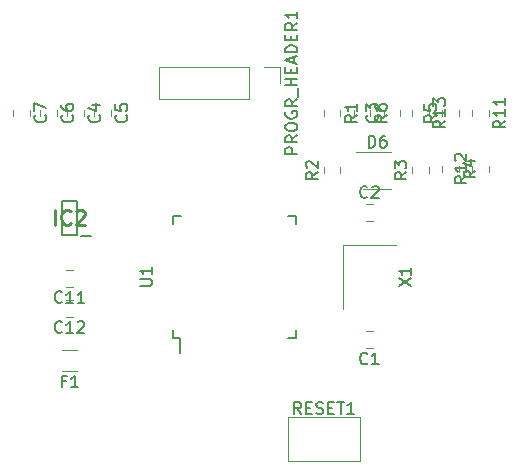
<source format=gbr>
%TF.GenerationSoftware,KiCad,Pcbnew,(5.1.2)-2*%
%TF.CreationDate,2020-04-26T17:29:46+08:00*%
%TF.ProjectId,wing-receiver-lite,77696e67-2d72-4656-9365-697665722d6c,rev?*%
%TF.SameCoordinates,Original*%
%TF.FileFunction,Legend,Top*%
%TF.FilePolarity,Positive*%
%FSLAX46Y46*%
G04 Gerber Fmt 4.6, Leading zero omitted, Abs format (unit mm)*
G04 Created by KiCad (PCBNEW (5.1.2)-2) date 2020-04-26 17:29:46*
%MOMM*%
%LPD*%
G04 APERTURE LIST*
%ADD10C,0.120000*%
%ADD11C,0.150000*%
%ADD12C,0.200000*%
%ADD13C,0.254000*%
G04 APERTURE END LIST*
D10*
X119338000Y-91968852D02*
X119338000Y-91446348D01*
X117918000Y-91968852D02*
X117918000Y-91446348D01*
X124418000Y-91841852D02*
X124418000Y-91319348D01*
X122998000Y-91841852D02*
X122998000Y-91319348D01*
X116145000Y-90157600D02*
X113195000Y-90157600D01*
X113745000Y-93257600D02*
X116145000Y-93257600D01*
X120458000Y-91319348D02*
X120458000Y-91841852D01*
X121878000Y-91319348D02*
X121878000Y-91841852D01*
X114561252Y-105335000D02*
X114038748Y-105335000D01*
X114561252Y-106755000D02*
X114038748Y-106755000D01*
X112060000Y-98025000D02*
X112060000Y-103425000D01*
X116560000Y-98025000D02*
X112060000Y-98025000D01*
X111845000Y-91968852D02*
X111845000Y-91446348D01*
X110425000Y-91968852D02*
X110425000Y-91446348D01*
D11*
X98280000Y-105900000D02*
X98280000Y-107175000D01*
X97705000Y-95550000D02*
X97705000Y-96225000D01*
X108055000Y-95550000D02*
X108055000Y-96225000D01*
X108055000Y-105900000D02*
X108055000Y-105225000D01*
X97705000Y-105900000D02*
X97705000Y-105225000D01*
X108055000Y-105900000D02*
X107380000Y-105900000D01*
X108055000Y-95550000D02*
X107380000Y-95550000D01*
X97705000Y-95550000D02*
X98380000Y-95550000D01*
X97705000Y-105900000D02*
X98280000Y-105900000D01*
D10*
X114038748Y-95960000D02*
X114561252Y-95960000D01*
X114038748Y-94540000D02*
X114561252Y-94540000D01*
X107389000Y-116323000D02*
X107389000Y-112623000D01*
X113509000Y-116323000D02*
X107389000Y-116323000D01*
X113509000Y-112623000D02*
X113509000Y-116323000D01*
X107389000Y-112623000D02*
X113509000Y-112623000D01*
X115495000Y-87129252D02*
X115495000Y-86606748D01*
X116915000Y-87129252D02*
X116915000Y-86606748D01*
X88698000Y-86606748D02*
X88698000Y-87129252D01*
X90118000Y-86606748D02*
X90118000Y-87129252D01*
X84126000Y-86606748D02*
X84126000Y-87129252D01*
X85546000Y-86606748D02*
X85546000Y-87129252D01*
X89161252Y-101548000D02*
X88638748Y-101548000D01*
X89161252Y-100128000D02*
X88638748Y-100128000D01*
X89161252Y-104088000D02*
X88638748Y-104088000D01*
X89161252Y-102668000D02*
X88638748Y-102668000D01*
X89502064Y-108733000D02*
X88297936Y-108733000D01*
X89502064Y-106913000D02*
X88297936Y-106913000D01*
X120448000Y-87129252D02*
X120448000Y-86606748D01*
X121868000Y-87129252D02*
X121868000Y-86606748D01*
D12*
X89500000Y-97208000D02*
X88300000Y-97208000D01*
X88300000Y-97208000D02*
X88300000Y-94308000D01*
X88300000Y-94308000D02*
X89500000Y-94308000D01*
X89500000Y-94308000D02*
X89500000Y-97208000D01*
X90750000Y-97258000D02*
X89850000Y-97258000D01*
D10*
X124408000Y-86606748D02*
X124408000Y-87129252D01*
X122988000Y-86606748D02*
X122988000Y-87129252D01*
X119328000Y-86606748D02*
X119328000Y-87129252D01*
X117908000Y-86606748D02*
X117908000Y-87129252D01*
X96460000Y-82998000D02*
X96460000Y-85658000D01*
X104140000Y-82998000D02*
X96460000Y-82998000D01*
X104140000Y-85658000D02*
X96460000Y-85658000D01*
X104140000Y-82998000D02*
X104140000Y-85658000D01*
X105410000Y-82998000D02*
X106740000Y-82998000D01*
X106740000Y-82998000D02*
X106740000Y-84328000D01*
X90984000Y-86606748D02*
X90984000Y-87129252D01*
X92404000Y-86606748D02*
X92404000Y-87129252D01*
X86412000Y-86606748D02*
X86412000Y-87129252D01*
X87832000Y-86606748D02*
X87832000Y-87129252D01*
X111835000Y-86606748D02*
X111835000Y-87129252D01*
X110415000Y-86606748D02*
X110415000Y-87129252D01*
X114375000Y-86606748D02*
X114375000Y-87129252D01*
X112955000Y-86606748D02*
X112955000Y-87129252D01*
D11*
X117430380Y-91874266D02*
X116954190Y-92207600D01*
X117430380Y-92445695D02*
X116430380Y-92445695D01*
X116430380Y-92064742D01*
X116478000Y-91969504D01*
X116525619Y-91921885D01*
X116620857Y-91874266D01*
X116763714Y-91874266D01*
X116858952Y-91921885D01*
X116906571Y-91969504D01*
X116954190Y-92064742D01*
X116954190Y-92445695D01*
X116430380Y-91540933D02*
X116430380Y-90921885D01*
X116811333Y-91255219D01*
X116811333Y-91112361D01*
X116858952Y-91017123D01*
X116906571Y-90969504D01*
X117001809Y-90921885D01*
X117239904Y-90921885D01*
X117335142Y-90969504D01*
X117382761Y-91017123D01*
X117430380Y-91112361D01*
X117430380Y-91398076D01*
X117382761Y-91493314D01*
X117335142Y-91540933D01*
X122510380Y-92223457D02*
X122034190Y-92556790D01*
X122510380Y-92794885D02*
X121510380Y-92794885D01*
X121510380Y-92413933D01*
X121558000Y-92318695D01*
X121605619Y-92271076D01*
X121700857Y-92223457D01*
X121843714Y-92223457D01*
X121938952Y-92271076D01*
X121986571Y-92318695D01*
X122034190Y-92413933D01*
X122034190Y-92794885D01*
X122510380Y-91271076D02*
X122510380Y-91842504D01*
X122510380Y-91556790D02*
X121510380Y-91556790D01*
X121653238Y-91652028D01*
X121748476Y-91747266D01*
X121796095Y-91842504D01*
X121605619Y-90890123D02*
X121558000Y-90842504D01*
X121510380Y-90747266D01*
X121510380Y-90509171D01*
X121558000Y-90413933D01*
X121605619Y-90366314D01*
X121700857Y-90318695D01*
X121796095Y-90318695D01*
X121938952Y-90366314D01*
X122510380Y-90937742D01*
X122510380Y-90318695D01*
X114226904Y-89779980D02*
X114226904Y-88779980D01*
X114465000Y-88779980D01*
X114607857Y-88827600D01*
X114703095Y-88922838D01*
X114750714Y-89018076D01*
X114798333Y-89208552D01*
X114798333Y-89351409D01*
X114750714Y-89541885D01*
X114703095Y-89637123D01*
X114607857Y-89732361D01*
X114465000Y-89779980D01*
X114226904Y-89779980D01*
X115655476Y-88779980D02*
X115465000Y-88779980D01*
X115369761Y-88827600D01*
X115322142Y-88875219D01*
X115226904Y-89018076D01*
X115179285Y-89208552D01*
X115179285Y-89589504D01*
X115226904Y-89684742D01*
X115274523Y-89732361D01*
X115369761Y-89779980D01*
X115560238Y-89779980D01*
X115655476Y-89732361D01*
X115703095Y-89684742D01*
X115750714Y-89589504D01*
X115750714Y-89351409D01*
X115703095Y-89256171D01*
X115655476Y-89208552D01*
X115560238Y-89160933D01*
X115369761Y-89160933D01*
X115274523Y-89208552D01*
X115226904Y-89256171D01*
X115179285Y-89351409D01*
X123270380Y-91747266D02*
X122794190Y-92080600D01*
X123270380Y-92318695D02*
X122270380Y-92318695D01*
X122270380Y-91937742D01*
X122318000Y-91842504D01*
X122365619Y-91794885D01*
X122460857Y-91747266D01*
X122603714Y-91747266D01*
X122698952Y-91794885D01*
X122746571Y-91842504D01*
X122794190Y-91937742D01*
X122794190Y-92318695D01*
X122603714Y-90890123D02*
X123270380Y-90890123D01*
X122222761Y-91128219D02*
X122937047Y-91366314D01*
X122937047Y-90747266D01*
X114133333Y-108052142D02*
X114085714Y-108099761D01*
X113942857Y-108147380D01*
X113847619Y-108147380D01*
X113704761Y-108099761D01*
X113609523Y-108004523D01*
X113561904Y-107909285D01*
X113514285Y-107718809D01*
X113514285Y-107575952D01*
X113561904Y-107385476D01*
X113609523Y-107290238D01*
X113704761Y-107195000D01*
X113847619Y-107147380D01*
X113942857Y-107147380D01*
X114085714Y-107195000D01*
X114133333Y-107242619D01*
X115085714Y-108147380D02*
X114514285Y-108147380D01*
X114800000Y-108147380D02*
X114800000Y-107147380D01*
X114704761Y-107290238D01*
X114609523Y-107385476D01*
X114514285Y-107433095D01*
X116812380Y-101534523D02*
X117812380Y-100867857D01*
X116812380Y-100867857D02*
X117812380Y-101534523D01*
X117812380Y-99963095D02*
X117812380Y-100534523D01*
X117812380Y-100248809D02*
X116812380Y-100248809D01*
X116955238Y-100344047D01*
X117050476Y-100439285D01*
X117098095Y-100534523D01*
X109937380Y-91874266D02*
X109461190Y-92207600D01*
X109937380Y-92445695D02*
X108937380Y-92445695D01*
X108937380Y-92064742D01*
X108985000Y-91969504D01*
X109032619Y-91921885D01*
X109127857Y-91874266D01*
X109270714Y-91874266D01*
X109365952Y-91921885D01*
X109413571Y-91969504D01*
X109461190Y-92064742D01*
X109461190Y-92445695D01*
X109032619Y-91493314D02*
X108985000Y-91445695D01*
X108937380Y-91350457D01*
X108937380Y-91112361D01*
X108985000Y-91017123D01*
X109032619Y-90969504D01*
X109127857Y-90921885D01*
X109223095Y-90921885D01*
X109365952Y-90969504D01*
X109937380Y-91540933D01*
X109937380Y-90921885D01*
X94882380Y-101486904D02*
X95691904Y-101486904D01*
X95787142Y-101439285D01*
X95834761Y-101391666D01*
X95882380Y-101296428D01*
X95882380Y-101105952D01*
X95834761Y-101010714D01*
X95787142Y-100963095D01*
X95691904Y-100915476D01*
X94882380Y-100915476D01*
X95882380Y-99915476D02*
X95882380Y-100486904D01*
X95882380Y-100201190D02*
X94882380Y-100201190D01*
X95025238Y-100296428D01*
X95120476Y-100391666D01*
X95168095Y-100486904D01*
X114133333Y-93957142D02*
X114085714Y-94004761D01*
X113942857Y-94052380D01*
X113847619Y-94052380D01*
X113704761Y-94004761D01*
X113609523Y-93909523D01*
X113561904Y-93814285D01*
X113514285Y-93623809D01*
X113514285Y-93480952D01*
X113561904Y-93290476D01*
X113609523Y-93195238D01*
X113704761Y-93100000D01*
X113847619Y-93052380D01*
X113942857Y-93052380D01*
X114085714Y-93100000D01*
X114133333Y-93147619D01*
X114514285Y-93147619D02*
X114561904Y-93100000D01*
X114657142Y-93052380D01*
X114895238Y-93052380D01*
X114990476Y-93100000D01*
X115038095Y-93147619D01*
X115085714Y-93242857D01*
X115085714Y-93338095D01*
X115038095Y-93480952D01*
X114466666Y-94052380D01*
X115085714Y-94052380D01*
X108520428Y-112325380D02*
X108187095Y-111849190D01*
X107949000Y-112325380D02*
X107949000Y-111325380D01*
X108329952Y-111325380D01*
X108425190Y-111373000D01*
X108472809Y-111420619D01*
X108520428Y-111515857D01*
X108520428Y-111658714D01*
X108472809Y-111753952D01*
X108425190Y-111801571D01*
X108329952Y-111849190D01*
X107949000Y-111849190D01*
X108949000Y-111801571D02*
X109282333Y-111801571D01*
X109425190Y-112325380D02*
X108949000Y-112325380D01*
X108949000Y-111325380D01*
X109425190Y-111325380D01*
X109806142Y-112277761D02*
X109949000Y-112325380D01*
X110187095Y-112325380D01*
X110282333Y-112277761D01*
X110329952Y-112230142D01*
X110377571Y-112134904D01*
X110377571Y-112039666D01*
X110329952Y-111944428D01*
X110282333Y-111896809D01*
X110187095Y-111849190D01*
X109996619Y-111801571D01*
X109901380Y-111753952D01*
X109853761Y-111706333D01*
X109806142Y-111611095D01*
X109806142Y-111515857D01*
X109853761Y-111420619D01*
X109901380Y-111373000D01*
X109996619Y-111325380D01*
X110234714Y-111325380D01*
X110377571Y-111373000D01*
X110806142Y-111801571D02*
X111139476Y-111801571D01*
X111282333Y-112325380D02*
X110806142Y-112325380D01*
X110806142Y-111325380D01*
X111282333Y-111325380D01*
X111568047Y-111325380D02*
X112139476Y-111325380D01*
X111853761Y-112325380D02*
X111853761Y-111325380D01*
X112996619Y-112325380D02*
X112425190Y-112325380D01*
X112710904Y-112325380D02*
X112710904Y-111325380D01*
X112615666Y-111468238D01*
X112520428Y-111563476D01*
X112425190Y-111611095D01*
X114912142Y-87034666D02*
X114959761Y-87082285D01*
X115007380Y-87225142D01*
X115007380Y-87320380D01*
X114959761Y-87463238D01*
X114864523Y-87558476D01*
X114769285Y-87606095D01*
X114578809Y-87653714D01*
X114435952Y-87653714D01*
X114245476Y-87606095D01*
X114150238Y-87558476D01*
X114055000Y-87463238D01*
X114007380Y-87320380D01*
X114007380Y-87225142D01*
X114055000Y-87082285D01*
X114102619Y-87034666D01*
X114007380Y-86701333D02*
X114007380Y-86082285D01*
X114388333Y-86415619D01*
X114388333Y-86272761D01*
X114435952Y-86177523D01*
X114483571Y-86129904D01*
X114578809Y-86082285D01*
X114816904Y-86082285D01*
X114912142Y-86129904D01*
X114959761Y-86177523D01*
X115007380Y-86272761D01*
X115007380Y-86558476D01*
X114959761Y-86653714D01*
X114912142Y-86701333D01*
X91415142Y-87034666D02*
X91462761Y-87082285D01*
X91510380Y-87225142D01*
X91510380Y-87320380D01*
X91462761Y-87463238D01*
X91367523Y-87558476D01*
X91272285Y-87606095D01*
X91081809Y-87653714D01*
X90938952Y-87653714D01*
X90748476Y-87606095D01*
X90653238Y-87558476D01*
X90558000Y-87463238D01*
X90510380Y-87320380D01*
X90510380Y-87225142D01*
X90558000Y-87082285D01*
X90605619Y-87034666D01*
X90843714Y-86177523D02*
X91510380Y-86177523D01*
X90462761Y-86415619D02*
X91177047Y-86653714D01*
X91177047Y-86034666D01*
X86843142Y-87034666D02*
X86890761Y-87082285D01*
X86938380Y-87225142D01*
X86938380Y-87320380D01*
X86890761Y-87463238D01*
X86795523Y-87558476D01*
X86700285Y-87606095D01*
X86509809Y-87653714D01*
X86366952Y-87653714D01*
X86176476Y-87606095D01*
X86081238Y-87558476D01*
X85986000Y-87463238D01*
X85938380Y-87320380D01*
X85938380Y-87225142D01*
X85986000Y-87082285D01*
X86033619Y-87034666D01*
X85938380Y-86701333D02*
X85938380Y-86034666D01*
X86938380Y-86463238D01*
X88257142Y-102845142D02*
X88209523Y-102892761D01*
X88066666Y-102940380D01*
X87971428Y-102940380D01*
X87828571Y-102892761D01*
X87733333Y-102797523D01*
X87685714Y-102702285D01*
X87638095Y-102511809D01*
X87638095Y-102368952D01*
X87685714Y-102178476D01*
X87733333Y-102083238D01*
X87828571Y-101988000D01*
X87971428Y-101940380D01*
X88066666Y-101940380D01*
X88209523Y-101988000D01*
X88257142Y-102035619D01*
X89209523Y-102940380D02*
X88638095Y-102940380D01*
X88923809Y-102940380D02*
X88923809Y-101940380D01*
X88828571Y-102083238D01*
X88733333Y-102178476D01*
X88638095Y-102226095D01*
X90161904Y-102940380D02*
X89590476Y-102940380D01*
X89876190Y-102940380D02*
X89876190Y-101940380D01*
X89780952Y-102083238D01*
X89685714Y-102178476D01*
X89590476Y-102226095D01*
X88257142Y-105385142D02*
X88209523Y-105432761D01*
X88066666Y-105480380D01*
X87971428Y-105480380D01*
X87828571Y-105432761D01*
X87733333Y-105337523D01*
X87685714Y-105242285D01*
X87638095Y-105051809D01*
X87638095Y-104908952D01*
X87685714Y-104718476D01*
X87733333Y-104623238D01*
X87828571Y-104528000D01*
X87971428Y-104480380D01*
X88066666Y-104480380D01*
X88209523Y-104528000D01*
X88257142Y-104575619D01*
X89209523Y-105480380D02*
X88638095Y-105480380D01*
X88923809Y-105480380D02*
X88923809Y-104480380D01*
X88828571Y-104623238D01*
X88733333Y-104718476D01*
X88638095Y-104766095D01*
X89590476Y-104575619D02*
X89638095Y-104528000D01*
X89733333Y-104480380D01*
X89971428Y-104480380D01*
X90066666Y-104528000D01*
X90114285Y-104575619D01*
X90161904Y-104670857D01*
X90161904Y-104766095D01*
X90114285Y-104908952D01*
X89542857Y-105480380D01*
X90161904Y-105480380D01*
X88566666Y-109571571D02*
X88233333Y-109571571D01*
X88233333Y-110095380D02*
X88233333Y-109095380D01*
X88709523Y-109095380D01*
X89614285Y-110095380D02*
X89042857Y-110095380D01*
X89328571Y-110095380D02*
X89328571Y-109095380D01*
X89233333Y-109238238D01*
X89138095Y-109333476D01*
X89042857Y-109381095D01*
X119960380Y-87034666D02*
X119484190Y-87368000D01*
X119960380Y-87606095D02*
X118960380Y-87606095D01*
X118960380Y-87225142D01*
X119008000Y-87129904D01*
X119055619Y-87082285D01*
X119150857Y-87034666D01*
X119293714Y-87034666D01*
X119388952Y-87082285D01*
X119436571Y-87129904D01*
X119484190Y-87225142D01*
X119484190Y-87606095D01*
X118960380Y-86129904D02*
X118960380Y-86606095D01*
X119436571Y-86653714D01*
X119388952Y-86606095D01*
X119341333Y-86510857D01*
X119341333Y-86272761D01*
X119388952Y-86177523D01*
X119436571Y-86129904D01*
X119531809Y-86082285D01*
X119769904Y-86082285D01*
X119865142Y-86129904D01*
X119912761Y-86177523D01*
X119960380Y-86272761D01*
X119960380Y-86510857D01*
X119912761Y-86606095D01*
X119865142Y-86653714D01*
D13*
X87660238Y-96332523D02*
X87660238Y-95062523D01*
X88990714Y-96211571D02*
X88930238Y-96272047D01*
X88748809Y-96332523D01*
X88627857Y-96332523D01*
X88446428Y-96272047D01*
X88325476Y-96151095D01*
X88265000Y-96030142D01*
X88204523Y-95788238D01*
X88204523Y-95606809D01*
X88265000Y-95364904D01*
X88325476Y-95243952D01*
X88446428Y-95123000D01*
X88627857Y-95062523D01*
X88748809Y-95062523D01*
X88930238Y-95123000D01*
X88990714Y-95183476D01*
X89474523Y-95183476D02*
X89535000Y-95123000D01*
X89655952Y-95062523D01*
X89958333Y-95062523D01*
X90079285Y-95123000D01*
X90139761Y-95183476D01*
X90200238Y-95304428D01*
X90200238Y-95425380D01*
X90139761Y-95606809D01*
X89414047Y-96332523D01*
X90200238Y-96332523D01*
D11*
X125800380Y-87510857D02*
X125324190Y-87844190D01*
X125800380Y-88082285D02*
X124800380Y-88082285D01*
X124800380Y-87701333D01*
X124848000Y-87606095D01*
X124895619Y-87558476D01*
X124990857Y-87510857D01*
X125133714Y-87510857D01*
X125228952Y-87558476D01*
X125276571Y-87606095D01*
X125324190Y-87701333D01*
X125324190Y-88082285D01*
X125800380Y-86558476D02*
X125800380Y-87129904D01*
X125800380Y-86844190D02*
X124800380Y-86844190D01*
X124943238Y-86939428D01*
X125038476Y-87034666D01*
X125086095Y-87129904D01*
X125800380Y-85606095D02*
X125800380Y-86177523D01*
X125800380Y-85891809D02*
X124800380Y-85891809D01*
X124943238Y-85987047D01*
X125038476Y-86082285D01*
X125086095Y-86177523D01*
X120720380Y-87510857D02*
X120244190Y-87844190D01*
X120720380Y-88082285D02*
X119720380Y-88082285D01*
X119720380Y-87701333D01*
X119768000Y-87606095D01*
X119815619Y-87558476D01*
X119910857Y-87510857D01*
X120053714Y-87510857D01*
X120148952Y-87558476D01*
X120196571Y-87606095D01*
X120244190Y-87701333D01*
X120244190Y-88082285D01*
X120720380Y-86558476D02*
X120720380Y-87129904D01*
X120720380Y-86844190D02*
X119720380Y-86844190D01*
X119863238Y-86939428D01*
X119958476Y-87034666D01*
X120006095Y-87129904D01*
X119720380Y-86225142D02*
X119720380Y-85606095D01*
X120101333Y-85939428D01*
X120101333Y-85796571D01*
X120148952Y-85701333D01*
X120196571Y-85653714D01*
X120291809Y-85606095D01*
X120529904Y-85606095D01*
X120625142Y-85653714D01*
X120672761Y-85701333D01*
X120720380Y-85796571D01*
X120720380Y-86082285D01*
X120672761Y-86177523D01*
X120625142Y-86225142D01*
X108192380Y-90328000D02*
X107192380Y-90328000D01*
X107192380Y-89947047D01*
X107240000Y-89851809D01*
X107287619Y-89804190D01*
X107382857Y-89756571D01*
X107525714Y-89756571D01*
X107620952Y-89804190D01*
X107668571Y-89851809D01*
X107716190Y-89947047D01*
X107716190Y-90328000D01*
X108192380Y-88756571D02*
X107716190Y-89089904D01*
X108192380Y-89328000D02*
X107192380Y-89328000D01*
X107192380Y-88947047D01*
X107240000Y-88851809D01*
X107287619Y-88804190D01*
X107382857Y-88756571D01*
X107525714Y-88756571D01*
X107620952Y-88804190D01*
X107668571Y-88851809D01*
X107716190Y-88947047D01*
X107716190Y-89328000D01*
X107192380Y-88137523D02*
X107192380Y-87947047D01*
X107240000Y-87851809D01*
X107335238Y-87756571D01*
X107525714Y-87708952D01*
X107859047Y-87708952D01*
X108049523Y-87756571D01*
X108144761Y-87851809D01*
X108192380Y-87947047D01*
X108192380Y-88137523D01*
X108144761Y-88232761D01*
X108049523Y-88328000D01*
X107859047Y-88375619D01*
X107525714Y-88375619D01*
X107335238Y-88328000D01*
X107240000Y-88232761D01*
X107192380Y-88137523D01*
X107240000Y-86756571D02*
X107192380Y-86851809D01*
X107192380Y-86994666D01*
X107240000Y-87137523D01*
X107335238Y-87232761D01*
X107430476Y-87280380D01*
X107620952Y-87328000D01*
X107763809Y-87328000D01*
X107954285Y-87280380D01*
X108049523Y-87232761D01*
X108144761Y-87137523D01*
X108192380Y-86994666D01*
X108192380Y-86899428D01*
X108144761Y-86756571D01*
X108097142Y-86708952D01*
X107763809Y-86708952D01*
X107763809Y-86899428D01*
X108192380Y-85708952D02*
X107716190Y-86042285D01*
X108192380Y-86280380D02*
X107192380Y-86280380D01*
X107192380Y-85899428D01*
X107240000Y-85804190D01*
X107287619Y-85756571D01*
X107382857Y-85708952D01*
X107525714Y-85708952D01*
X107620952Y-85756571D01*
X107668571Y-85804190D01*
X107716190Y-85899428D01*
X107716190Y-86280380D01*
X108287619Y-85518476D02*
X108287619Y-84756571D01*
X108192380Y-84518476D02*
X107192380Y-84518476D01*
X107668571Y-84518476D02*
X107668571Y-83947047D01*
X108192380Y-83947047D02*
X107192380Y-83947047D01*
X107668571Y-83470857D02*
X107668571Y-83137523D01*
X108192380Y-82994666D02*
X108192380Y-83470857D01*
X107192380Y-83470857D01*
X107192380Y-82994666D01*
X107906666Y-82613714D02*
X107906666Y-82137523D01*
X108192380Y-82708952D02*
X107192380Y-82375619D01*
X108192380Y-82042285D01*
X108192380Y-81708952D02*
X107192380Y-81708952D01*
X107192380Y-81470857D01*
X107240000Y-81328000D01*
X107335238Y-81232761D01*
X107430476Y-81185142D01*
X107620952Y-81137523D01*
X107763809Y-81137523D01*
X107954285Y-81185142D01*
X108049523Y-81232761D01*
X108144761Y-81328000D01*
X108192380Y-81470857D01*
X108192380Y-81708952D01*
X107668571Y-80708952D02*
X107668571Y-80375619D01*
X108192380Y-80232761D02*
X108192380Y-80708952D01*
X107192380Y-80708952D01*
X107192380Y-80232761D01*
X108192380Y-79232761D02*
X107716190Y-79566095D01*
X108192380Y-79804190D02*
X107192380Y-79804190D01*
X107192380Y-79423238D01*
X107240000Y-79328000D01*
X107287619Y-79280380D01*
X107382857Y-79232761D01*
X107525714Y-79232761D01*
X107620952Y-79280380D01*
X107668571Y-79328000D01*
X107716190Y-79423238D01*
X107716190Y-79804190D01*
X108192380Y-78280380D02*
X108192380Y-78851809D01*
X108192380Y-78566095D02*
X107192380Y-78566095D01*
X107335238Y-78661333D01*
X107430476Y-78756571D01*
X107478095Y-78851809D01*
X93701142Y-87034666D02*
X93748761Y-87082285D01*
X93796380Y-87225142D01*
X93796380Y-87320380D01*
X93748761Y-87463238D01*
X93653523Y-87558476D01*
X93558285Y-87606095D01*
X93367809Y-87653714D01*
X93224952Y-87653714D01*
X93034476Y-87606095D01*
X92939238Y-87558476D01*
X92844000Y-87463238D01*
X92796380Y-87320380D01*
X92796380Y-87225142D01*
X92844000Y-87082285D01*
X92891619Y-87034666D01*
X92796380Y-86129904D02*
X92796380Y-86606095D01*
X93272571Y-86653714D01*
X93224952Y-86606095D01*
X93177333Y-86510857D01*
X93177333Y-86272761D01*
X93224952Y-86177523D01*
X93272571Y-86129904D01*
X93367809Y-86082285D01*
X93605904Y-86082285D01*
X93701142Y-86129904D01*
X93748761Y-86177523D01*
X93796380Y-86272761D01*
X93796380Y-86510857D01*
X93748761Y-86606095D01*
X93701142Y-86653714D01*
X89129142Y-87034666D02*
X89176761Y-87082285D01*
X89224380Y-87225142D01*
X89224380Y-87320380D01*
X89176761Y-87463238D01*
X89081523Y-87558476D01*
X88986285Y-87606095D01*
X88795809Y-87653714D01*
X88652952Y-87653714D01*
X88462476Y-87606095D01*
X88367238Y-87558476D01*
X88272000Y-87463238D01*
X88224380Y-87320380D01*
X88224380Y-87225142D01*
X88272000Y-87082285D01*
X88319619Y-87034666D01*
X88224380Y-86177523D02*
X88224380Y-86368000D01*
X88272000Y-86463238D01*
X88319619Y-86510857D01*
X88462476Y-86606095D01*
X88652952Y-86653714D01*
X89033904Y-86653714D01*
X89129142Y-86606095D01*
X89176761Y-86558476D01*
X89224380Y-86463238D01*
X89224380Y-86272761D01*
X89176761Y-86177523D01*
X89129142Y-86129904D01*
X89033904Y-86082285D01*
X88795809Y-86082285D01*
X88700571Y-86129904D01*
X88652952Y-86177523D01*
X88605333Y-86272761D01*
X88605333Y-86463238D01*
X88652952Y-86558476D01*
X88700571Y-86606095D01*
X88795809Y-86653714D01*
X113227380Y-87034666D02*
X112751190Y-87368000D01*
X113227380Y-87606095D02*
X112227380Y-87606095D01*
X112227380Y-87225142D01*
X112275000Y-87129904D01*
X112322619Y-87082285D01*
X112417857Y-87034666D01*
X112560714Y-87034666D01*
X112655952Y-87082285D01*
X112703571Y-87129904D01*
X112751190Y-87225142D01*
X112751190Y-87606095D01*
X113227380Y-86082285D02*
X113227380Y-86653714D01*
X113227380Y-86368000D02*
X112227380Y-86368000D01*
X112370238Y-86463238D01*
X112465476Y-86558476D01*
X112513095Y-86653714D01*
X115767380Y-87034666D02*
X115291190Y-87368000D01*
X115767380Y-87606095D02*
X114767380Y-87606095D01*
X114767380Y-87225142D01*
X114815000Y-87129904D01*
X114862619Y-87082285D01*
X114957857Y-87034666D01*
X115100714Y-87034666D01*
X115195952Y-87082285D01*
X115243571Y-87129904D01*
X115291190Y-87225142D01*
X115291190Y-87606095D01*
X114767380Y-86177523D02*
X114767380Y-86368000D01*
X114815000Y-86463238D01*
X114862619Y-86510857D01*
X115005476Y-86606095D01*
X115195952Y-86653714D01*
X115576904Y-86653714D01*
X115672142Y-86606095D01*
X115719761Y-86558476D01*
X115767380Y-86463238D01*
X115767380Y-86272761D01*
X115719761Y-86177523D01*
X115672142Y-86129904D01*
X115576904Y-86082285D01*
X115338809Y-86082285D01*
X115243571Y-86129904D01*
X115195952Y-86177523D01*
X115148333Y-86272761D01*
X115148333Y-86463238D01*
X115195952Y-86558476D01*
X115243571Y-86606095D01*
X115338809Y-86653714D01*
M02*

</source>
